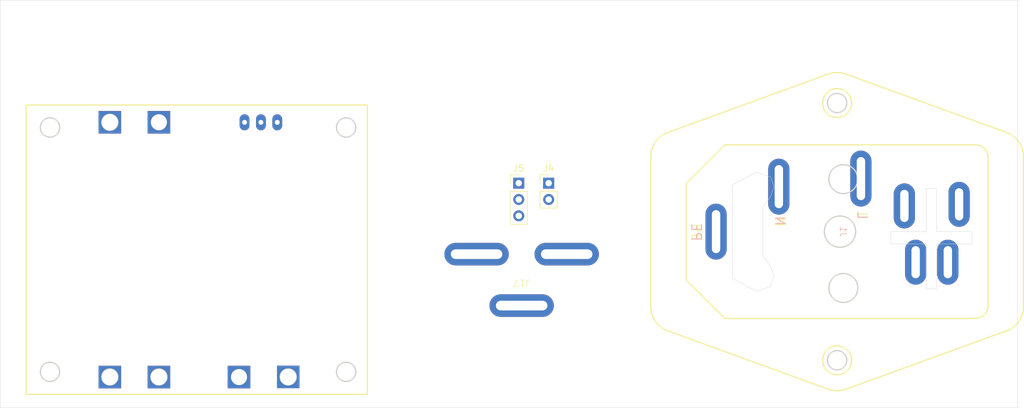
<source format=kicad_pcb>
(kicad_pcb (version 20240108) (generator "pcbnew") (generator_version "8.0")
  (layers (0 "F.Cu" signal) (31 "B.Cu" signal) (34 "B.Paste" user) (35 "F.Paste" user) (36 "B.SilkS" user "B.Silkscreen") (37 "F.SilkS" user "F.Silkscreen") (38 "B.Mask" user) (39 "F.Mask" user) (44 "Edge.Cuts" user))
  (net 0 "")
  (net 1 "Net-(J1-B)")
  (net 2 "Net-(J1-A)")
  (net 3 "N")
  (net 4 "Earth")
  (net 5 "L")
  (net 6 "+24V")
  (net 7 "GND")
  (net 8 "Net-(U1--)")
  (net 9 "Net-(LS2-Pad1)")
  (net 10 "Net-(U1-R-)")
  (net 11 "Net-(U1-L-)")
  (net 12 "Net-(J6-PadT)")
  (net 13 "Net-(LS1-Pad1)")
  (net 14 "Net-(J3-PadT)")
  (footprint "Connector_PinHeader_2.54mm:PinHeader_1x02_P2.54mm_Vertical" (layer "F.Cu") (at 208.8 88.46)
    (property "Reference" "J4" (at 0 -2.33 0) (layer "F.SilkS"))
    (property "Value" "DC")
    (fp_line (start -1.33 -1.33) (end 0 -1.33) (stroke (width 0.12)) (layer "F.SilkS"))
    (fp_line (start -1.33 0) (end -1.33 -1.33) (stroke (width 0.12)) (layer "F.SilkS"))
    (fp_line (start -1.33 1.27) (end -1.33 3.87) (stroke (width 0.12)) (layer "F.SilkS"))
    (fp_line (start -1.33 1.27) (end 1.33 1.27) (stroke (width 0.12)) (layer "F.SilkS"))
    (fp_line (start -1.33 3.87) (end 1.33 3.87) (stroke (width 0.12)) (layer "F.SilkS"))
    (fp_line (start 1.33 1.27) (end 1.33 3.87) (stroke (width 0.12)) (layer "F.SilkS"))
    (pad "1" thru_hole rect (at 0 0) (size 1.7 1.7) (drill 1) (layers "*.Cu" "*.Mask") (net 7 "GND"))
    (pad "2" thru_hole oval (at 0 2.54) (size 1.7 1.7) (drill 1) (layers "*.Cu" "*.Mask") (net 6 "+24V"))
  )
  (footprint "tpa3110:tpa3110" (layer "F.Cu") (at 154.1195 98.652)
    (property "Reference" "U1" (hide yes))
    (property "Value" "~" (hide yes))
    (fp_line (start -26.4795 -22.352) (end 26.5205 -22.352) (stroke (width 0.2)) (layer "F.SilkS"))
    (fp_line (start -26.4795 22.648) (end -26.4795 -22.352) (stroke (width 0.2)) (layer "F.SilkS"))
    (fp_line (start 26.5205 -22.352) (end 26.5205 22.648) (stroke (width 0.2)) (layer "F.SilkS"))
    (fp_line (start 26.5205 22.648) (end -26.4795 22.648) (stroke (width 0.2)) (layer "F.SilkS"))
    (fp_circle (center -22.7795 -18.852) (end -21.2795 -18.852) (stroke (width 0.2)) (fill none) (layer "Edge.Cuts"))
    (fp_circle (center -22.7795 19.148) (end -21.2795 19.148) (stroke (width 0.2)) (fill none) (layer "Edge.Cuts"))
    (fp_circle (center -13.4795 -19.652) (end -12.2295 -19.652) (stroke (width 0.2)) (fill none) (layer "Edge.Cuts"))
    (fp_circle (center -13.4795 19.948) (end -12.2295 19.948) (stroke (width 0.2)) (fill none) (layer "Edge.Cuts"))
    (fp_circle (center -5.8595 19.948) (end -4.6095 19.948) (stroke (width 0.2)) (fill none) (layer "Edge.Cuts"))
    (fp_circle (center 14.2205 19.948) (end 15.4705 19.948) (stroke (width 0.2)) (fill none) (layer "Edge.Cuts"))
    (fp_circle (center 23.2205 -18.852) (end 24.7205 -18.852) (stroke (width 0.2)) (fill none) (layer "Edge.Cuts"))
    (fp_circle (center 23.2205 19.148) (end 24.7205 19.148) (stroke (width 0.2)) (fill none) (layer "Edge.Cuts"))
    (pad "1" thru_hole oval (at 7.4405 -19.652 90) (size 2.5 1.524) (drill 0.762) (layers "*.Cu" "*.Mask") (net 14 "Net-(J3-PadT)"))
    (pad "2" thru_hole oval (at 12.5205 -19.652 90) (size 2.5 1.524) (drill 0.762) (layers "*.Cu" "*.Mask") (net 12 "Net-(J6-PadT)"))
    (pad "3" thru_hole oval (at 9.9805 -19.652 90) (size 2.5 1.524) (drill 0.762) (layers "*.Cu" "*.Mask") (net 8 "Net-(U1--)"))
    (pad "4" thru_hole rect (at -13.4831 -19.6616) (size 3.5 3.5) (drill 2.5) (layers "*.Cu" "*.Mask") (net 6 "+24V"))
    (pad "5" thru_hole rect (at -5.8631 -19.6616) (size 3.5 3.5) (drill 2.5) (layers "*.Cu" "*.Mask") (net 7 "GND"))
    (pad "6" thru_hole rect (at -5.8631 19.9624) (size 3.5 3.5) (drill 2.5) (layers "*.Cu" "*.Mask") (net 13 "Net-(LS1-Pad1)"))
    (pad "7" thru_hole rect (at -13.4831 19.9624) (size 3.5 3.5) (drill 2.5) (layers "*.Cu" "*.Mask") (net 10 "Net-(U1-R-)"))
    (pad "8" thru_hole rect (at 14.2283 19.937) (size 3.5 3.5) (drill 2.5) (layers "*.Cu" "*.Mask") (net 9 "Net-(LS2-Pad1)"))
    (pad "9" thru_hole rect (at 6.5829 19.9624) (size 3.5 3.5) (drill 2.5) (layers "*.Cu" "*.Mask") (net 11 "Net-(U1-L-)"))
  )
  (footprint "c14-outlet:c14-outlet" (layer "F.Cu") (at 204.6 103.5 180)
    (property "Reference" "J17" (at 0 -0.5 180) (layer "F.SilkS") (effects (font (thickness 0.1))))
    (property "Value" "~")
    (pad "1" thru_hole oval (at -7 4 180) (size 10 3.5) (drill oval 8 1.5) (layers "*.Cu" "*.Mask"))
    (pad "2" thru_hole oval (at 7 4 180) (size 10 3.5) (drill oval 8 1.5) (layers "*.Cu" "*.Mask"))
    (pad "3" thru_hole oval (at 0 -4 180) (size 10 3.5) (drill oval 8 1.5) (layers "*.Cu" "*.Mask"))
  )
  (footprint "iec320-c14:iec320-c14" (layer "F.Cu") (at 254.05 96 -90)
    (property "Reference" "J1" (at 0 -0.5 -90) (layer "B.SilkS") (effects (font (thickness 0.1)) (justify mirror)))
    (property "Value" "~")
    (fp_line (start -11.66223 29.4) (end 11.662231 29.4) (stroke (width 0.2)) (layer "F.SilkS"))
    (fp_line (start 15.421003 26.768079) (end 24.50206 1.818078) (stroke (width 0.2)) (layer "F.SilkS"))
    (fp_line (start -7.5 23.9) (end 7.5 23.9) (stroke (width 0.2)) (layer "F.SilkS"))
    (fp_line (start 7.5 23.9) (end 13.5 17.9) (stroke (width 0.2)) (layer "F.SilkS"))
    (fp_line (start -13.5 17.9) (end -7.5 23.9) (stroke (width 0.2)) (layer "F.SilkS"))
    (fp_line (start 13.5 17.9) (end 13.5 -21.000001) (stroke (width 0.2)) (layer "F.SilkS"))
    (fp_line (start -24.50206 1.818079) (end -15.421003 26.768079) (stroke (width 0.2)) (layer "F.SilkS"))
    (fp_line (start 24.50206 -0.918078) (end 15.421001 -25.868082) (stroke (width 0.2)) (layer "F.SilkS"))
    (fp_line (start -13.5 -21.000001) (end -13.5 17.9) (stroke (width 0.2)) (layer "F.SilkS"))
    (fp_line (start 11.500001 -23) (end -11.500001 -23) (stroke (width 0.2)) (layer "F.SilkS"))
    (fp_line (start -15.421003 -25.868077) (end -24.50206 -0.918078) (stroke (width 0.2)) (layer "F.SilkS"))
    (fp_line (start 11.662234 -28.5) (end -11.662228 -28.5) (stroke (width 0.2)) (layer "F.SilkS"))
    (fp_arc (start -11.66223 29.4) (mid -13.956537 28.676608) (end -15.421003 26.768079) (stroke (width 0.2)) (layer "F.SilkS"))
    (fp_arc (start 15.421003 26.768079) (mid 13.956538 28.676609) (end 11.662231 29.4) (stroke (width 0.2)) (layer "F.SilkS"))
    (fp_arc (start -24.50206 1.818079) (mid -24.743289 0.450001) (end -24.50206 -0.918078) (stroke (width 0.2)) (layer "F.SilkS"))
    (fp_arc (start 24.50206 -0.918078) (mid 24.743289 0.45) (end 24.50206 1.818078) (stroke (width 0.2)) (layer "F.SilkS"))
    (fp_arc (start -13.5 -21.000001) (mid -12.914214 -22.414214) (end -11.500001 -23) (stroke (width 0.2)) (layer "F.SilkS"))
    (fp_arc (start 11.500001 -23) (mid 12.914214 -22.414214) (end 13.5 -21.000001) (stroke (width 0.2)) (layer "F.SilkS"))
    (fp_arc (start -15.421003 -25.868077) (mid -13.956537 -27.776607) (end -11.662228 -28.5) (stroke (width 0.2)) (layer "F.SilkS"))
    (fp_arc (start 11.662234 -28.5) (mid 13.956537 -27.776607) (end 15.421001 -25.868082) (stroke (width 0.2)) (layer "F.SilkS"))
    (fp_circle (center -20 0.45) (end -17.75 0.45) (stroke (width 0.2)) (fill none) (layer "F.SilkS"))
    (fp_circle (center 20 0.45) (end 22.25 0.45) (stroke (width 0.2)) (fill none) (layer "F.SilkS"))
    (fp_circle (center -20 0.45) (end -18.5 0.45) (stroke (width 0.2)) (fill none) (layer "Edge.Cuts"))
    (fp_circle (center 20 0.45) (end 21.5 0.45) (stroke (width 0.2)) (fill none) (layer "Edge.Cuts"))
    (fp_circle (center 0 0) (end -2.435 0) (stroke (width 0.2)) (fill none) (layer "Edge.Cuts"))
    (fp_circle (center -8.16467 -0.515945) (end -10.41467 -0.515945) (stroke (width 0.2)) (fill none) (layer "Edge.Cuts"))
    (fp_circle (center 8.760683 -0.515945) (end 6.510683 -0.515945) (stroke (width 0.2)) (fill none) (layer "Edge.Cuts"))
    (fp_poly (pts (xy 7.25 16.75) (xy 9.25 13) (xy 8.5 10.75) (xy 7 10.25) (xy 5.5 10.75) (xy 3.75 12) (xy -3.75 12) (xy -5.5 10.75) (xy -7 10.25) (xy -8.5 10.75) (xy -9.25 13) (xy -7.25 16.75)) (stroke (width 0.05)) (fill none) (layer "Edge.Cuts"))
    (fp_poly (pts (xy 0 -20.5) (xy 0 -15) (xy -6.7 -15) (xy -6.7 -13.4) (xy 0 -13.4) (xy 0 -7.9) (xy 1.9 -7.9) (xy 1.9 -13.4) (xy 8.9 -13.4) (xy 8.9 -15) (xy 1.9 -15) (xy 1.9 -20.5)) (stroke (width 0.05)) (fill none) (layer "Edge.Cuts"))
    (fp_text user "L" (at -1.8 -2.6 -90) (layer "B.SilkS") (effects (font (size 1.5 1.5)) (justify left bottom mirror)))
    (fp_text user "N" (at -0.8 10.2 -90) (layer "B.SilkS") (effects (font (size 1.5 1.5)) (justify left bottom mirror)))
    (fp_text user "PE" (at 1.6 23.2 -90) (layer "B.SilkS") (effects (font (size 1.5 1.5)) (justify left bottom mirror)))
    (fp_text user "PE" (at -1.4 23.2 -90) (layer "F.SilkS") (effects (font (size 1.5 1.5)) (justify left bottom)))
    (fp_text user "L" (at -3.2 -2.6 -90) (layer "F.SilkS") (effects (font (size 1.5 1.5)) (justify left bottom)))
    (fp_text user "N" (at -2.4 10.2 -90) (layer "F.SilkS") (effects (font (size 1.5 1.5)) (justify left bottom)))
    (pad "1" thru_hole oval (at -7 9.5 270) (size 8.7 3.3) (drill oval 6.7 1.3) (layers "*.Cu" "*.Mask") (net 1 "Net-(J1-B)"))
    (pad "2" thru_hole oval (at -8.25 -3.25 270) (size 8.7 3.3) (drill oval 6.7 1.3) (layers "*.Cu" "*.Mask") (net 2 "Net-(J1-A)"))
    (pad "3" thru_hole oval (at 0 19.25 270) (size 8.7 3.3) (drill oval 6.7 1.3) (layers "*.Cu" "*.Mask") (net 4 "Earth"))
    (pad "4" thru_hole oval (at -4 -10 270) (size 7 3.3) (drill oval 5 1.3) (layers "*.Cu" "*.Mask") (net 2 "Net-(J1-A)"))
    (pad "5" thru_hole oval (at -4.25 -18.5 270) (size 7 3.3) (drill oval 5 1.3) (layers "*.Cu" "*.Mask") (net 1 "Net-(J1-B)"))
    (pad "6" thru_hole oval (at 4.75 -16.75 270) (size 7 3.3) (drill oval 5 1.3) (layers "*.Cu" "*.Mask") (net 5 "L"))
    (pad "7" thru_hole oval (at 4.75 -11.75 270) (size 7 3.3) (drill oval 5 1.3) (layers "*.Cu" "*.Mask") (net 3 "N"))
  )
  (footprint "Connector_PinHeader_2.54mm:PinHeader_1x03_P2.54mm_Vertical" (layer "F.Cu") (at 204.15 88.46)
    (property "Reference" "J5" (at 0 -2.33 0) (layer "F.SilkS"))
    (property "Value" "230AC")
    (fp_line (start -1.33 -1.33) (end 0 -1.33) (stroke (width 0.12)) (layer "F.SilkS"))
    (fp_line (start -1.33 0) (end -1.33 -1.33) (stroke (width 0.12)) (layer "F.SilkS"))
    (fp_line (start -1.33 1.27) (end -1.33 6.41) (stroke (width 0.12)) (layer "F.SilkS"))
    (fp_line (start -1.33 1.27) (end 1.33 1.27) (stroke (width 0.12)) (layer "F.SilkS"))
    (fp_line (start -1.33 6.41) (end 1.33 6.41) (stroke (width 0.12)) (layer "F.SilkS"))
    (fp_line (start 1.33 1.27) (end 1.33 6.41) (stroke (width 0.12)) (layer "F.SilkS"))
    (pad "1" thru_hole rect (at 0 0) (size 1.7 1.7) (drill 1) (layers "*.Cu" "*.Mask") (net 5 "L"))
    (pad "2" thru_hole oval (at 0 2.54) (size 1.7 1.7) (drill 1) (layers "*.Cu" "*.Mask") (net 3 "N"))
    (pad "3" thru_hole oval (at 0 5.08) (size 1.7 1.7) (drill 1) (layers "*.Cu" "*.Mask") (net 4 "Earth"))
  )
  (gr_rect (start 123.6 60) (end 281.6 123.4) (stroke (width 0.05)) (fill none) (layer "Edge.Cuts"))
)
</source>
